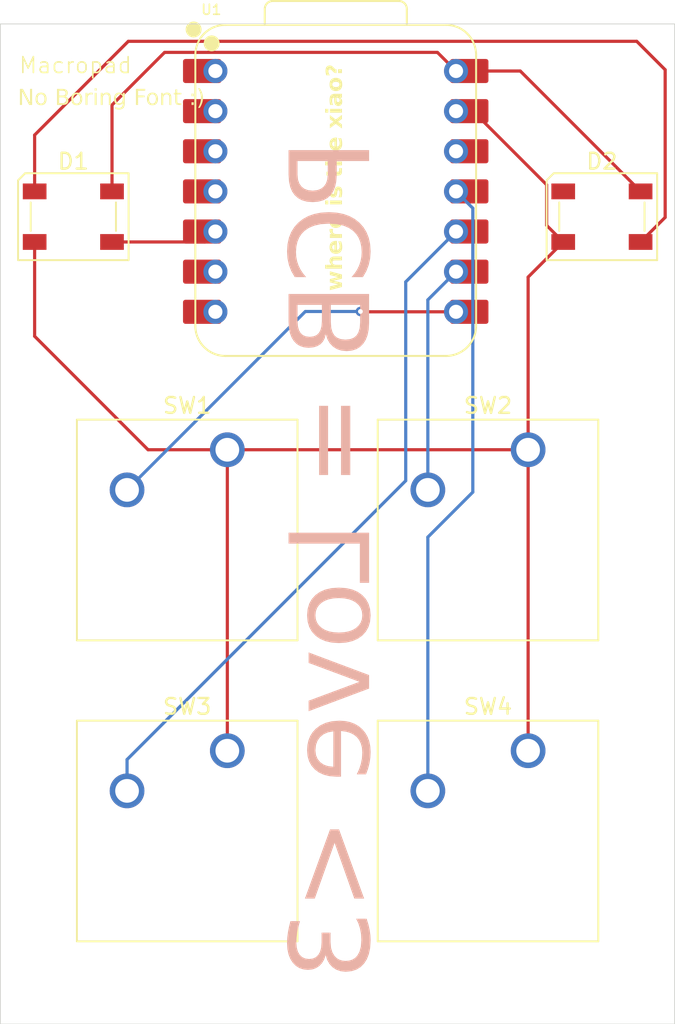
<source format=kicad_pcb>
(kicad_pcb (version 20241229) (generator "pcbnew") (generator_version "9.0")
  (layers (0 "F.Cu" signal) (2 "B.Cu" signal) (13 "F.Paste" user) (15 "B.Paste" user) (5 "F.SilkS" user "F.Silkscreen") (7 "B.SilkS" user "B.Silkscreen") (1 "F.Mask" user) (3 "B.Mask" user) (25 "Edge.Cuts" user))
  (net 0 "")
  (net 1 "Net-(D1-VDD)")
  (net 2 "Net-(D1-VSS)")
  (net 3 "GND")
  (net 4 "+5V")
  (net 6 "Net-(U1-GPIO1{slash}RX)")
  (net 7 "Net-(U1-GPIO2{slash}SCK)")
  (net 8 "Net-(U1-GPIO4{slash}MISO)")
  (net 9 "Net-(U1-GPIO3{slash}MOSI)")
  (footprint "OPL:XIAO-ESP32C3-DIP" (layer "F.Cu") (at 69.05625 38.1)
    (property "Reference" "U1" (at -8 -11.5 0) (layer "F.SilkS") (effects (font (size 0.635 0.635) (thickness 0.1016))))
    (property "Value" "XIAO-RP2040-DIP")
    (fp_line (start -9.01 8.509) (end -9.01 -8.636) (stroke (width 0.127)) (layer "F.SilkS"))
    (fp_line (start -7.105 10.414) (end 6.865 10.414) (stroke (width 0.127)) (layer "F.SilkS"))
    (fp_line (start -4.615 -10.541) (end -4.611272 -11.551272) (stroke (width 0.127)) (layer "F.SilkS"))
    (fp_line (start -4.111272 -12.051) (end 3.884 -12.051) (stroke (width 0.127)) (layer "F.SilkS"))
    (fp_line (start 4.384 -11.551) (end 4.384 -10.541) (stroke (width 0.127)) (layer "F.SilkS"))
    (fp_line (start 6.865 -10.541) (end -7.105 -10.541) (stroke (width 0.1)) (layer "F.SilkS"))
    (fp_line (start 6.865 -10.541) (end -7.105 -10.541) (stroke (width 0.127)) (layer "F.SilkS"))
    (fp_line (start 8.77 8.509) (end 8.77 -8.636) (stroke (width 0.127)) (layer "F.SilkS"))
    (fp_arc (start -9.01 -8.636) (mid -8.452038 -9.983038) (end -7.105 -10.541) (stroke (width 0.127)) (layer "F.SilkS"))
    (fp_arc (start -7.105 10.414) (mid -8.452038 9.856038) (end -9.01 8.509) (stroke (width 0.127)) (layer "F.SilkS"))
    (fp_arc (start -4.611272 -11.551272) (mid -4.464728 -11.90464) (end -4.111272 -12.051) (stroke (width 0.127)) (layer "F.SilkS"))
    (fp_arc (start 3.884 -12.051) (mid 4.237553 -11.904553) (end 4.384 -11.551) (stroke (width 0.127)) (layer "F.SilkS"))
    (fp_arc (start 6.865 -10.541) (mid 8.212038 -9.983038) (end 8.77 -8.636) (stroke (width 0.127)) (layer "F.SilkS"))
    (fp_arc (start 8.77 8.509) (mid 8.212038 9.856038) (end 6.865 10.414) (stroke (width 0.127)) (layer "F.SilkS"))
    (fp_circle (center -9.12 -10.25) (end -9.12 -10.504) (stroke (width 0.5)) (fill yes) (layer "F.SilkS"))
    (fp_circle (center -7.977 -9.37) (end -7.977 -9.624) (stroke (width 0.5)) (fill yes) (layer "F.SilkS"))
    (pad "1" smd roundrect (at -8.575 -7.62 180) (size 2.432 1.524) (layers "F.Cu" "F.Mask") (roundrect_rratio 0.1))
    (pad "1" thru_hole circle (at -7.74 -7.62 180) (size 1.524 1.524) (drill 0.889) (layers "*.Cu" "*.Mask"))
    (pad "2" smd roundrect (at -8.575 -5.08 180) (size 2.432 1.524) (layers "F.Cu" "F.Mask") (roundrect_rratio 0.1))
    (pad "2" thru_hole circle (at -7.74 -5.08 180) (size 1.524 1.524) (drill 0.889) (layers "*.Cu" "*.Mask"))
    (pad "3" smd roundrect (at -8.575 -2.54 180) (size 2.432 1.524) (layers "F.Cu" "F.Mask") (roundrect_rratio 0.1))
    (pad "3" thru_hole circle (at -7.74 -2.54 180) (size 1.524 1.524) (drill 0.889) (layers "*.Cu" "*.Mask"))
    (pad "4" smd roundrect (at -8.575 0 180) (size 2.432 1.524) (layers "F.Cu" "F.Mask") (roundrect_rratio 0.1))
    (pad "4" thru_hole circle (at -7.74 0 180) (size 1.524 1.524) (drill 0.889) (layers "*.Cu" "*.Mask"))
    (pad "5" smd roundrect (at -8.575 2.54 180) (size 2.432 1.524) (layers "F.Cu" "F.Mask") (roundrect_rratio 0.1) (net 1 "Net-(D1-VDD)"))
    (pad "5" thru_hole circle (at -7.74 2.54 180) (size 1.524 1.524) (drill 0.889) (layers "*.Cu" "*.Mask") (net 1 "Net-(D1-VDD)"))
    (pad "6" smd roundrect (at -8.575 5.08 180) (size 2.432 1.524) (layers "F.Cu" "F.Mask") (roundrect_rratio 0.1))
    (pad "6" thru_hole circle (at -7.74 5.08 180) (size 1.524 1.524) (drill 0.889) (layers "*.Cu" "*.Mask"))
    (pad "7" smd roundrect (at -8.575 7.62 180) (size 2.432 1.524) (layers "F.Cu" "F.Mask") (roundrect_rratio 0.1))
    (pad "7" thru_hole circle (at -7.74 7.62 180) (size 1.524 1.524) (drill 0.889) (layers "*.Cu" "*.Mask"))
    (pad "8" thru_hole circle (at 7.5 7.62) (size 1.524 1.524) (drill 0.889) (layers "*.Cu" "*.Mask") (net 6 "Net-(U1-GPIO1{slash}RX)"))
    (pad "8" smd roundrect (at 8.335 7.62) (size 2.432 1.524) (layers "F.Cu" "F.Mask") (roundrect_rratio 0.1) (net 6 "Net-(U1-GPIO1{slash}RX)"))
    (pad "9" thru_hole circle (at 7.5 5.08) (size 1.524 1.524) (drill 0.889) (layers "*.Cu" "*.Mask") (net 7 "Net-(U1-GPIO2{slash}SCK)"))
    (pad "9" smd roundrect (at 8.335 5.08) (size 2.432 1.524) (layers "F.Cu" "F.Mask") (roundrect_rratio 0.1) (net 7 "Net-(U1-GPIO2{slash}SCK)"))
    (pad "10" thru_hole circle (at 7.5 2.54) (size 1.524 1.524) (drill 0.889) (layers "*.Cu" "*.Mask") (net 8 "Net-(U1-GPIO4{slash}MISO)"))
    (pad "10" smd roundrect (at 8.335 2.54) (size 2.432 1.524) (layers "F.Cu" "F.Mask") (roundrect_rratio 0.1) (net 8 "Net-(U1-GPIO4{slash}MISO)"))
    (pad "11" thru_hole circle (at 7.5 0) (size 1.524 1.524) (drill 0.889) (layers "*.Cu" "*.Mask") (net 9 "Net-(U1-GPIO3{slash}MOSI)"))
    (pad "11" smd roundrect (at 8.335 0) (size 2.432 1.524) (layers "F.Cu" "F.Mask") (roundrect_rratio 0.1) (net 9 "Net-(U1-GPIO3{slash}MOSI)"))
    (pad "12" thru_hole circle (at 7.5 -2.54) (size 1.524 1.524) (drill 0.889) (layers "*.Cu" "*.Mask"))
    (pad "12" smd roundrect (at 8.335 -2.54) (size 2.432 1.524) (layers "F.Cu" "F.Mask") (roundrect_rratio 0.1))
    (pad "13" thru_hole circle (at 7.5 -5.08) (size 1.524 1.524) (drill 0.889) (layers "*.Cu" "*.Mask") (net 3 "GND"))
    (pad "13" smd roundrect (at 8.335 -5.08) (size 2.432 1.524) (layers "F.Cu" "F.Mask") (roundrect_rratio 0.1) (net 3 "GND"))
    (pad "14" thru_hole circle (at 7.5 -7.62) (size 1.524 1.524) (drill 0.889) (layers "*.Cu" "*.Mask") (net 4 "+5V"))
    (pad "14" smd roundrect (at 8.335 -7.62) (size 2.432 1.524) (layers "F.Cu" "F.Mask") (roundrect_rratio 0.1) (net 4 "+5V"))
  )
  (footprint "Button_Switch_Keyboard:SW_Cherry_MX_1.00u_PCB" (layer "F.Cu") (at 81.12125 73.50125)
    (property "Reference" "SW4" (at -2.54 -2.794 0) (layer "F.SilkS"))
    (property "Value" "SW_Push")
    (fp_line (start -9.525 -1.905) (end 4.445 -1.905) (stroke (width 0.12)) (layer "F.SilkS"))
    (fp_line (start -9.525 12.065) (end -9.525 -1.905) (stroke (width 0.12)) (layer "F.SilkS"))
    (fp_line (start 4.445 -1.905) (end 4.445 12.065) (stroke (width 0.12)) (layer "F.SilkS"))
    (fp_line (start 4.445 12.065) (end -9.525 12.065) (stroke (width 0.12)) (layer "F.SilkS"))
    (pad "" np_thru_hole circle (at -7.62 5.08) (size 1.7 1.7) (drill 1.7) (layers "*.Cu" "*.Mask"))
    (pad "" np_thru_hole circle (at -2.54 5.08) (size 4 4) (drill 4) (layers "*.Cu" "*.Mask"))
    (pad "" np_thru_hole circle (at 2.54 5.08) (size 1.7 1.7) (drill 1.7) (layers "*.Cu" "*.Mask"))
    (pad "1" thru_hole circle (at 0 0) (size 2.2 2.2) (drill 1.5) (layers "*.Cu" "*.Mask") (net 3 "GND"))
    (pad "2" thru_hole circle (at -6.35 2.54) (size 2.2 2.2) (drill 1.5) (layers "*.Cu" "*.Mask") (net 9 "Net-(U1-GPIO3{slash}MOSI)"))
  )
  (footprint "LED_SMD:LED_SK6812_PLCC4_5.0x5.0mm_P3.2mm" (layer "F.Cu") (at 52.31875 39.7)
    (property "Reference" "D1" (at 0 -3.5 0) (layer "F.SilkS"))
    (property "Value" "SK6812")
    (fp_line (start -3.5 -2.3) (end -3.5 2.75) (stroke (width 0.12)) (layer "F.SilkS"))
    (fp_line (start -3.05 -2.75) (end -3.5 -2.3) (stroke (width 0.12)) (layer "F.SilkS"))
    (fp_line (start -2.7 -0.9) (end -2.7 0.9) (stroke (width 0.12)) (layer "F.SilkS"))
    (fp_line (start 2.7 -0.9) (end 2.7 0.9) (stroke (width 0.12)) (layer "F.SilkS"))
    (fp_line (start 3.5 -2.75) (end -3.05 -2.75) (stroke (width 0.12)) (layer "F.SilkS"))
    (fp_line (start 3.5 2.75) (end -3.5 2.75) (stroke (width 0.12)) (layer "F.SilkS"))
    (fp_line (start 3.5 2.75) (end 3.5 -2.75) (stroke (width 0.12)) (layer "F.SilkS"))
    (pad "1" smd rect (at -2.45 -1.6 180) (size 1.5 1) (layers "F.Cu" "F.Mask" "F.Paste") (net 2 "Net-(D1-VSS)"))
    (pad "2" smd rect (at -2.45 1.6 180) (size 1.5 1) (layers "F.Cu" "F.Mask" "F.Paste") (net 3 "GND"))
    (pad "3" smd rect (at 2.45 1.6 180) (size 1.5 1) (layers "F.Cu" "F.Mask" "F.Paste") (net 1 "Net-(D1-VDD)"))
    (pad "4" smd rect (at 2.45 -1.6 180) (size 1.5 1) (layers "F.Cu" "F.Mask" "F.Paste") (net 4 "+5V"))
  )
  (footprint "Button_Switch_Keyboard:SW_Cherry_MX_1.00u_PCB" (layer "F.Cu") (at 62.07125 73.50125)
    (property "Reference" "SW3" (at -2.54 -2.794 0) (layer "F.SilkS"))
    (property "Value" "SW_Push")
    (fp_line (start -9.525 -1.905) (end 4.445 -1.905) (stroke (width 0.12)) (layer "F.SilkS"))
    (fp_line (start -9.525 12.065) (end -9.525 -1.905) (stroke (width 0.12)) (layer "F.SilkS"))
    (fp_line (start 4.445 -1.905) (end 4.445 12.065) (stroke (width 0.12)) (layer "F.SilkS"))
    (fp_line (start 4.445 12.065) (end -9.525 12.065) (stroke (width 0.12)) (layer "F.SilkS"))
    (pad "" np_thru_hole circle (at -7.62 5.08) (size 1.7 1.7) (drill 1.7) (layers "*.Cu" "*.Mask"))
    (pad "" np_thru_hole circle (at -2.54 5.08) (size 4 4) (drill 4) (layers "*.Cu" "*.Mask"))
    (pad "" np_thru_hole circle (at 2.54 5.08) (size 1.7 1.7) (drill 1.7) (layers "*.Cu" "*.Mask"))
    (pad "1" thru_hole circle (at 0 0) (size 2.2 2.2) (drill 1.5) (layers "*.Cu" "*.Mask") (net 3 "GND"))
    (pad "2" thru_hole circle (at -6.35 2.54) (size 2.2 2.2) (drill 1.5) (layers "*.Cu" "*.Mask") (net 8 "Net-(U1-GPIO4{slash}MISO)"))
  )
  (footprint "Button_Switch_Keyboard:SW_Cherry_MX_1.00u_PCB" (layer "F.Cu") (at 81.12125 54.45125)
    (property "Reference" "SW2" (at -2.54 -2.794 0) (layer "F.SilkS"))
    (property "Value" "SW_Push")
    (fp_line (start -9.525 -1.905) (end 4.445 -1.905) (stroke (width 0.12)) (layer "F.SilkS"))
    (fp_line (start -9.525 12.065) (end -9.525 -1.905) (stroke (width 0.12)) (layer "F.SilkS"))
    (fp_line (start 4.445 -1.905) (end 4.445 12.065) (stroke (width 0.12)) (layer "F.SilkS"))
    (fp_line (start 4.445 12.065) (end -9.525 12.065) (stroke (width 0.12)) (layer "F.SilkS"))
    (pad "" np_thru_hole circle (at -7.62 5.08) (size 1.7 1.7) (drill 1.7) (layers "*.Cu" "*.Mask"))
    (pad "" np_thru_hole circle (at -2.54 5.08) (size 4 4) (drill 4) (layers "*.Cu" "*.Mask"))
    (pad "" np_thru_hole circle (at 2.54 5.08) (size 1.7 1.7) (drill 1.7) (layers "*.Cu" "*.Mask"))
    (pad "1" thru_hole circle (at 0 0) (size 2.2 2.2) (drill 1.5) (layers "*.Cu" "*.Mask") (net 3 "GND"))
    (pad "2" thru_hole circle (at -6.35 2.54) (size 2.2 2.2) (drill 1.5) (layers "*.Cu" "*.Mask") (net 7 "Net-(U1-GPIO2{slash}SCK)"))
  )
  (footprint "LED_SMD:LED_SK6812_PLCC4_5.0x5.0mm_P3.2mm" (layer "F.Cu") (at 85.79375 39.7)
    (property "Reference" "D2" (at 0 -3.5 0) (layer "F.SilkS"))
    (property "Value" "SK6812")
    (fp_line (start -3.5 -2.3) (end -3.5 2.75) (stroke (width 0.12)) (layer "F.SilkS"))
    (fp_line (start -3.05 -2.75) (end -3.5 -2.3) (stroke (width 0.12)) (layer "F.SilkS"))
    (fp_line (start -2.7 -0.9) (end -2.7 0.9) (stroke (width 0.12)) (layer "F.SilkS"))
    (fp_line (start 2.7 -0.9) (end 2.7 0.9) (stroke (width 0.12)) (layer "F.SilkS"))
    (fp_line (start 3.5 -2.75) (end -3.05 -2.75) (stroke (width 0.12)) (layer "F.SilkS"))
    (fp_line (start 3.5 2.75) (end -3.5 2.75) (stroke (width 0.12)) (layer "F.SilkS"))
    (fp_line (start 3.5 2.75) (end 3.5 -2.75) (stroke (width 0.12)) (layer "F.SilkS"))
    (pad "1" smd rect (at -2.45 -1.6 180) (size 1.5 1) (layers "F.Cu" "F.Mask" "F.Paste"))
    (pad "2" smd rect (at -2.45 1.6 180) (size 1.5 1) (layers "F.Cu" "F.Mask" "F.Paste") (net 3 "GND"))
    (pad "3" smd rect (at 2.45 1.6 180) (size 1.5 1) (layers "F.Cu" "F.Mask" "F.Paste") (net 2 "Net-(D1-VSS)"))
    (pad "4" smd rect (at 2.45 -1.6 180) (size 1.5 1) (layers "F.Cu" "F.Mask" "F.Paste") (net 4 "+5V"))
  )
  (footprint "Button_Switch_Keyboard:SW_Cherry_MX_1.00u_PCB" (layer "F.Cu") (at 62.07125 54.45125)
    (property "Reference" "SW1" (at -2.54 -2.794 0) (layer "F.SilkS"))
    (property "Value" "SW_Push")
    (fp_line (start -9.525 -1.905) (end 4.445 -1.905) (stroke (width 0.12)) (layer "F.SilkS"))
    (fp_line (start -9.525 12.065) (end -9.525 -1.905) (stroke (width 0.12)) (layer "F.SilkS"))
    (fp_line (start 4.445 -1.905) (end 4.445 12.065) (stroke (width 0.12)) (layer "F.SilkS"))
    (fp_line (start 4.445 12.065) (end -9.525 12.065) (stroke (width 0.12)) (layer "F.SilkS"))
    (pad "" np_thru_hole circle (at -7.62 5.08) (size 1.7 1.7) (drill 1.7) (layers "*.Cu" "*.Mask"))
    (pad "" np_thru_hole circle (at -2.54 5.08) (size 4 4) (drill 4) (layers "*.Cu" "*.Mask"))
    (pad "" np_thru_hole circle (at 2.54 5.08) (size 1.7 1.7) (drill 1.7) (layers "*.Cu" "*.Mask"))
    (pad "1" thru_hole circle (at 0 0) (size 2.2 2.2) (drill 1.5) (layers "*.Cu" "*.Mask") (net 3 "GND"))
    (pad "2" thru_hole circle (at -6.35 2.54) (size 2.2 2.2) (drill 1.5) (layers "*.Cu" "*.Mask") (net 6 "Net-(U1-GPIO1{slash}RX)"))
  )
  (gr_rect (start 47.7 27.5) (end 90.4 90.8) (stroke (width 0.05)) (fill no) (layer "Edge.Cuts"))
  (gr_text "Macropad" (at 48.81875 30.7 0) (layer "F.SilkS") (effects (font (size 1 1) (thickness 0.1)) (justify left bottom)))
  (gr_text "where is the xiao?" (at 69.5 44.4 90) (layer "F.SilkS") (effects (font (size 1 1) (thickness 0.1)) (justify left bottom)))
  (gr_text "No Boring Font :)" (at 48.8 32.8 0) (layer "F.SilkS") (effects (font (size 1 1) (thickness 0.1)) (justify left bottom)))
  (gr_text "PCB = Love <3" (at 71.9 34.8 90) (layer "B.SilkS") (effects (font (size 5 5) (thickness 0.1)) (justify left bottom mirror)))
  (segment (start 54.76875 41.3) (end 60.65625 41.3) (width 0.2) (layer "F.Cu") (net 1))
  (segment (start 60.65625 41.3) (end 61.31625 40.64) (width 0.2) (layer "F.Cu") (net 1))
  (segment (start 55.8 28.6) (end 49.86875 34.53125) (width 0.2) (layer "F.Cu") (net 2))
  (segment (start 89.8 39.74375) (end 89.8 30.4) (width 0.2) (layer "F.Cu") (net 2))
  (segment (start 88 28.6) (end 55.8 28.6) (width 0.2) (layer "F.Cu") (net 2))
  (segment (start 88.24375 41.3) (end 89.8 39.74375) (width 0.2) (layer "F.Cu") (net 2))
  (segment (start 89.8 30.4) (end 88 28.6) (width 0.2) (layer "F.Cu") (net 2))
  (segment (start 49.86875 34.53125) (end 49.86875 38.1) (width 0.2) (layer "F.Cu") (net 2))
  (segment (start 62.07125 54.45125) (end 81.12125 54.45125) (width 0.2) (layer "F.Cu") (net 3))
  (segment (start 57.05125 54.45125) (end 62.07125 54.45125) (width 0.2) (layer "F.Cu") (net 3))
  (segment (start 82.29275 40.249) (end 82.29275 37.67887) (width 0.2) (layer "F.Cu") (net 3))
  (segment (start 81.12125 43.5225) (end 83.34375 41.3) (width 0.2) (layer "F.Cu") (net 3))
  (segment (start 77.63388 33.02) (end 76.55625 33.02) (width 0.2) (layer "F.Cu") (net 3))
  (segment (start 62.07125 73.50125) (end 62.07125 54.45125) (width 0.2) (layer "F.Cu") (net 3))
  (segment (start 81.12125 73.50125) (end 81.12125 54.45125) (width 0.2) (layer "F.Cu") (net 3))
  (segment (start 83.34375 41.3) (end 82.29275 40.249) (width 0.2) (layer "F.Cu") (net 3))
  (segment (start 49.86875 41.3) (end 49.86875 47.26875) (width 0.2) (layer "F.Cu") (net 3))
  (segment (start 81.12125 54.45125) (end 81.12125 43.5225) (width 0.2) (layer "F.Cu") (net 3))
  (segment (start 82.29275 37.67887) (end 77.63388 33.02) (width 0.2) (layer "F.Cu") (net 3))
  (segment (start 49.86875 47.26875) (end 57.05125 54.45125) (width 0.2) (layer "F.Cu") (net 3))
  (segment (start 58.1 29.3) (end 75.37625 29.3) (width 0.2) (layer "F.Cu") (net 4))
  (segment (start 54.76875 32.63125) (end 58.1 29.3) (width 0.2) (layer "F.Cu") (net 4))
  (segment (start 88.24375 38.1) (end 80.62375 30.48) (width 0.2) (layer "F.Cu") (net 4))
  (segment (start 54.76875 38.1) (end 54.76875 32.63125) (width 0.2) (layer "F.Cu") (net 4))
  (segment (start 75.37625 29.3) (end 76.55625 30.48) (width 0.2) (layer "F.Cu") (net 4))
  (segment (start 80.62375 30.48) (end 77.39125 30.48) (width 0.2) (layer "F.Cu") (net 4))
  (segment (start 70.5 45.7) (end 70.52 45.72) (width 0.2) (layer "F.Cu") (net 6))
  (segment (start 70.52 45.72) (end 76.55625 45.72) (width 0.2) (layer "F.Cu") (net 6))
  (via (at 70.5 45.7) (size 0.6) (drill 0.3) (layers "F.Cu" "B.Cu") (net 6))
  (segment (start 67.0125 45.7) (end 55.72125 56.99125) (width 0.2) (layer "B.Cu") (net 6))
  (segment (start 70.5 45.7) (end 67.0125 45.7) (width 0.2) (layer "B.Cu") (net 6))
  (segment (start 74.77125 44.965) (end 76.55625 43.18) (width 0.2) (layer "B.Cu") (net 7))
  (segment (start 74.77125 56.99125) (end 74.77125 44.965) (width 0.2) (layer "B.Cu") (net 7))
  (segment (start 55.72125 74.059936) (end 73.37025 56.410936) (width 0.2) (layer "B.Cu") (net 8))
  (segment (start 55.72125 76.04125) (end 55.72125 74.059936) (width 0.2) (layer "B.Cu") (net 8))
  (segment (start 73.37025 43.826) (end 76.55625 40.64) (width 0.2) (layer "B.Cu") (net 8))
  (segment (start 73.37025 56.410936) (end 73.37025 43.826) (width 0.2) (layer "B.Cu") (net 8))
  (segment (start 77.61925 39.163) (end 76.55625 38.1) (width 0.2) (layer "B.Cu") (net 9))
  (segment (start 77.61925 57.132564) (end 77.61925 39.163) (width 0.2) (layer "B.Cu") (net 9))
  (segment (start 74.77125 59.980564) (end 77.61925 57.132564) (width 0.2) (layer "B.Cu") (net 9))
  (segment (start 74.77125 76.04125) (end 74.77125 59.980564) (width 0.2) (layer "B.Cu") (net 9))
)
</source>
